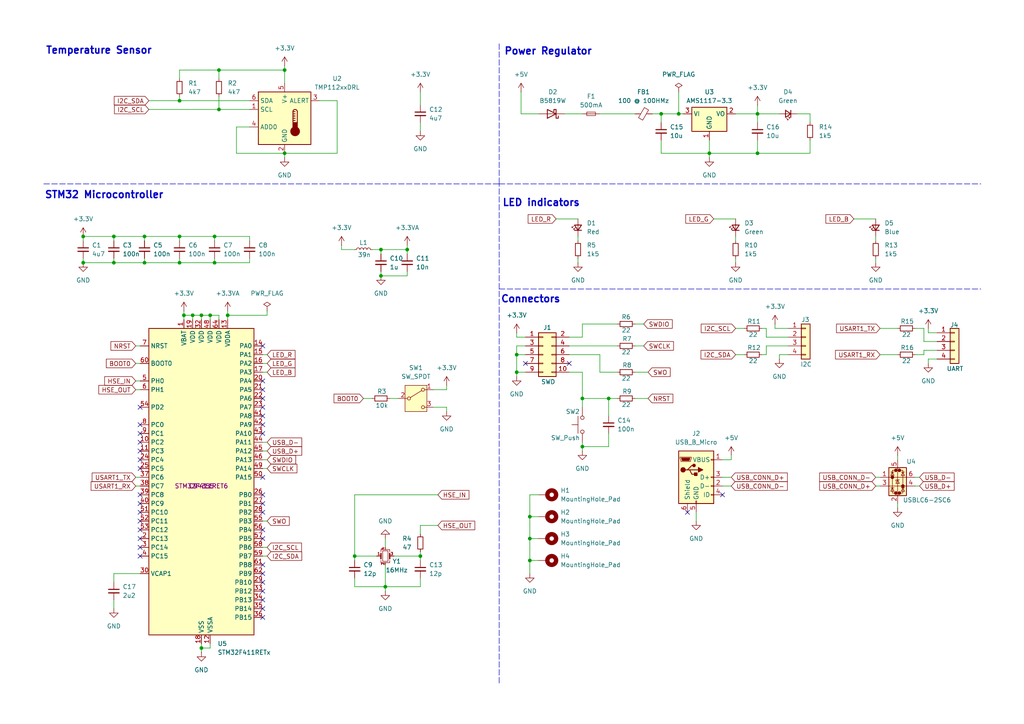
<source format=kicad_sch>
(kicad_sch (version 20250114) (generator "eeschema") (generator_version "9.0")
  (paper "A4")
  (title_block (title "STM32 Temperature Logger Demo Board") (date "2025-03-06") (rev "v1.0") (company "Ben Lo"))
  (text "LED indicators" (at 156.972 58.928 0) (effects (font (size 2.032 2.032) (thickness 0.4064) (bold yes))))
  (text "STM32 Microcontroller" (at 30.226 56.642 0) (effects (font (size 2.032 2.032) (thickness 0.4064) (bold yes))))
  (text "Connectors" (at 153.924 86.868 0) (effects (font (size 2.032 2.032) (thickness 0.4064) (bold yes))))
  (text "Temperature Sensor" (at 28.702 14.732 0) (effects (font (size 2.032 2.032) (thickness 0.4064) (bold yes))))
  (text "Power Regulator" (at 159.004 14.986 0) (effects (font (size 2.032 2.032) (thickness 0.4064) (bold yes))))
  (junction (at 168.91 115.57))
  (junction (at 63.5 31.75))
  (junction (at 58.42 187.96))
  (junction (at 60.96 91.44))
  (junction (at 24.13 76.2))
  (junction (at 118.11 72.39))
  (junction (at 62.23 68.58))
  (junction (at 63.5 20.32))
  (junction (at 58.42 91.44))
  (junction (at 111.76 170.18))
  (junction (at 149.86 107.95))
  (junction (at 219.71 33.02))
  (junction (at 102.87 161.29))
  (junction (at 82.55 20.32))
  (junction (at 110.49 80.01))
  (junction (at 41.91 68.58))
  (junction (at 219.71 44.45))
  (junction (at 153.67 162.56))
  (junction (at 153.67 156.21))
  (junction (at 55.88 91.44))
  (junction (at 52.07 76.2))
  (junction (at 33.02 68.58))
  (junction (at 24.13 68.58))
  (junction (at 149.86 102.87))
  (junction (at 168.91 129.54))
  (junction (at 33.02 76.2))
  (junction (at 153.67 149.86))
  (junction (at 110.49 72.39))
  (junction (at 53.34 91.44))
  (junction (at 176.53 115.57))
  (junction (at 62.23 76.2))
  (junction (at 66.04 91.44))
  (junction (at 121.92 161.29))
  (junction (at 52.07 29.21))
  (junction (at 82.55 44.45))
  (junction (at 52.07 68.58))
  (junction (at 41.91 76.2))
  (junction (at 191.77 33.02))
  (junction (at 196.85 33.02))
  (junction (at 205.74 44.45))
  (no_connect (at 76.2 163.83))
  (no_connect (at 76.2 125.73))
  (no_connect (at 152.4 105.41))
  (no_connect (at 76.2 156.21))
  (no_connect (at 40.64 158.75))
  (no_connect (at 40.64 148.59))
  (no_connect (at 40.64 146.05))
  (no_connect (at 40.64 156.21))
  (no_connect (at 40.64 123.19))
  (no_connect (at 76.2 176.53))
  (no_connect (at 76.2 148.59))
  (no_connect (at 40.64 118.11))
  (no_connect (at 76.2 173.99))
  (no_connect (at 40.64 133.35))
  (no_connect (at 40.64 135.89))
  (no_connect (at 40.64 143.51))
  (no_connect (at 76.2 146.05))
  (no_connect (at 40.64 153.67))
  (no_connect (at 40.64 151.13))
  (no_connect (at 76.2 118.11))
  (no_connect (at 76.2 138.43))
  (no_connect (at 76.2 115.57))
  (no_connect (at 199.39 148.59))
  (no_connect (at 40.64 161.29))
  (no_connect (at 40.64 130.81))
  (no_connect (at 76.2 179.07))
  (no_connect (at 76.2 110.49))
  (no_connect (at 165.1 105.41))
  (no_connect (at 76.2 153.67))
  (no_connect (at 76.2 123.19))
  (no_connect (at 76.2 113.03))
  (no_connect (at 76.2 171.45))
  (no_connect (at 40.64 128.27))
  (no_connect (at 40.64 125.73))
  (no_connect (at 76.2 143.51))
  (no_connect (at 76.2 120.65))
  (no_connect (at 76.2 168.91))
  (no_connect (at 209.55 143.51))
  (no_connect (at 76.2 166.37))
  (no_connect (at 76.2 100.33))
  (wire (pts (xy 63.5 22.86) (xy 63.5 20.32)))
  (wire (pts (xy 63.5 31.75) (xy 72.39 31.75)))
  (wire (pts (xy 184.15 93.98) (xy 186.69 93.98)))
  (wire (pts (xy 184.15 107.95) (xy 187.96 107.95)))
  (wire (pts (xy 219.71 40.64) (xy 219.71 44.45)))
  (wire (pts (xy 168.91 129.54) (xy 168.91 130.81)))
  (wire (pts (xy 58.42 91.44) (xy 60.96 91.44)))
  (wire (pts (xy 102.87 161.29) (xy 109.22 161.29)))
  (wire (pts (xy 265.43 138.43) (xy 266.7 138.43)))
  (wire (pts (xy 118.11 73.66) (xy 118.11 72.39)))
  (wire (pts (xy 165.1 102.87) (xy 173.99 102.87)))
  (wire (pts (xy 196.85 33.02) (xy 198.12 33.02)))
  (wire (pts (xy 82.55 44.45) (xy 82.55 45.72)))
  (wire (pts (xy 24.13 74.93) (xy 24.13 76.2)))
  (wire (pts (xy 102.87 143.51) (xy 102.87 161.29)))
  (wire (pts (xy 265.43 95.25) (xy 267.97 95.25)))
  (wire (pts (xy 149.86 107.95) (xy 149.86 109.22)))
  (wire (pts (xy 118.11 72.39) (xy 110.49 72.39)))
  (wire (pts (xy 60.96 187.96) (xy 58.42 187.96)))
  (wire (pts (xy 269.24 104.14) (xy 271.78 104.14)))
  (wire (pts (xy 52.07 27.94) (xy 52.07 29.21)))
  (wire (pts (xy 68.58 36.83) (xy 68.58 44.45)))
  (wire (pts (xy 267.97 95.25) (xy 267.97 99.06)))
  (wire (pts (xy 219.71 30.48) (xy 219.71 33.02)))
  (wire (pts (xy 260.35 95.25) (xy 255.27 95.25)))
  (wire (pts (xy 118.11 78.74) (xy 118.11 80.01)))
  (wire (pts (xy 165.1 100.33) (xy 179.07 100.33)))
  (wire (pts (xy 105.41 115.57) (xy 107.95 115.57)))
  (wire (pts (xy 213.36 68.58) (xy 213.36 69.85)))
  (wire (pts (xy 209.55 140.97) (xy 212.09 140.97)))
  (wire (pts (xy 55.88 91.44) (xy 58.42 91.44)))
  (wire (pts (xy 151.13 33.02) (xy 156.21 33.02)))
  (wire (pts (xy 153.67 143.51) (xy 156.21 143.51)))
  (wire (pts (xy 99.06 72.39) (xy 102.87 72.39)))
  (wire (pts (xy 76.2 130.81) (xy 77.47 130.81)))
  (wire (pts (xy 168.91 128.27) (xy 168.91 129.54)))
  (polyline (pts (xy 144.78 198.12) (xy 144.78 53.34)) (stroke (width 0) (type dash)))
  (wire (pts (xy 213.36 33.02) (xy 219.71 33.02)))
  (wire (pts (xy 110.49 78.74) (xy 110.49 80.01)))
  (wire (pts (xy 33.02 74.93) (xy 33.02 76.2)))
  (wire (pts (xy 152.4 102.87) (xy 149.86 102.87)))
  (wire (pts (xy 168.91 93.98) (xy 179.07 93.98)))
  (wire (pts (xy 66.04 91.44) (xy 77.47 91.44)))
  (wire (pts (xy 55.88 91.44) (xy 53.34 91.44)))
  (wire (pts (xy 24.13 68.58) (xy 24.13 69.85)))
  (wire (pts (xy 265.43 140.97) (xy 266.7 140.97)))
  (wire (pts (xy 176.53 129.54) (xy 168.91 129.54)))
  (wire (pts (xy 168.91 115.57) (xy 176.53 115.57)))
  (wire (pts (xy 118.11 71.12) (xy 118.11 72.39)))
  (wire (pts (xy 222.25 97.79) (xy 228.6 97.79)))
  (wire (pts (xy 191.77 33.02) (xy 196.85 33.02)))
  (wire (pts (xy 153.67 162.56) (xy 156.21 162.56)))
  (wire (pts (xy 213.36 63.5) (xy 207.01 63.5)))
  (wire (pts (xy 52.07 20.32) (xy 63.5 20.32)))
  (wire (pts (xy 76.2 161.29) (xy 77.47 161.29)))
  (wire (pts (xy 269.24 96.52) (xy 271.78 96.52)))
  (wire (pts (xy 224.79 95.25) (xy 224.79 93.98)))
  (wire (pts (xy 63.5 92.71) (xy 63.5 91.44)))
  (polyline (pts (xy 144.78 12.7) (xy 144.78 53.34)) (stroke (width 0) (type dash)))
  (wire (pts (xy 60.96 186.69) (xy 60.96 187.96)))
  (wire (pts (xy 222.25 102.87) (xy 220.98 102.87)))
  (wire (pts (xy 129.54 118.11) (xy 129.54 119.38)))
  (wire (pts (xy 191.77 33.02) (xy 191.77 35.56)))
  (wire (pts (xy 121.92 160.02) (xy 121.92 161.29)))
  (wire (pts (xy 176.53 115.57) (xy 176.53 120.65)))
  (wire (pts (xy 97.79 44.45) (xy 82.55 44.45)))
  (wire (pts (xy 254 140.97) (xy 255.27 140.97)))
  (wire (pts (xy 219.71 33.02) (xy 219.71 35.56)))
  (wire (pts (xy 41.91 68.58) (xy 41.91 69.85)))
  (wire (pts (xy 62.23 69.85) (xy 62.23 68.58)))
  (wire (pts (xy 62.23 68.58) (xy 72.39 68.58)))
  (wire (pts (xy 213.36 95.25) (xy 215.9 95.25)))
  (wire (pts (xy 228.6 95.25) (xy 224.79 95.25)))
  (wire (pts (xy 62.23 68.58) (xy 52.07 68.58)))
  (wire (pts (xy 113.03 115.57) (xy 115.57 115.57)))
  (wire (pts (xy 39.37 110.49) (xy 40.64 110.49)))
  (wire (pts (xy 226.06 102.87) (xy 226.06 104.14)))
  (wire (pts (xy 110.49 80.01) (xy 118.11 80.01)))
  (wire (pts (xy 234.95 33.02) (xy 234.95 35.56)))
  (polyline (pts (xy 144.78 83.82) (xy 284.48 83.82)) (stroke (width 0) (type dash)))
  (wire (pts (xy 205.74 44.45) (xy 205.74 45.72)))
  (wire (pts (xy 267.97 99.06) (xy 271.78 99.06)))
  (wire (pts (xy 254 138.43) (xy 255.27 138.43)))
  (wire (pts (xy 63.5 20.32) (xy 82.55 20.32)))
  (wire (pts (xy 209.55 138.43) (xy 212.09 138.43)))
  (wire (pts (xy 121.92 152.4) (xy 121.92 154.94)))
  (wire (pts (xy 191.77 44.45) (xy 205.74 44.45)))
  (wire (pts (xy 167.64 74.93) (xy 167.64 76.2)))
  (wire (pts (xy 39.37 138.43) (xy 40.64 138.43)))
  (wire (pts (xy 153.67 149.86) (xy 153.67 143.51)))
  (wire (pts (xy 149.86 102.87) (xy 149.86 107.95)))
  (polyline (pts (xy 144.78 53.34) (xy 284.48 53.34)) (stroke (width 0) (type dash)))
  (wire (pts (xy 82.55 19.05) (xy 82.55 20.32)))
  (wire (pts (xy 33.02 68.58) (xy 33.02 69.85)))
  (wire (pts (xy 72.39 36.83) (xy 68.58 36.83)))
  (wire (pts (xy 153.67 162.56) (xy 153.67 166.37)))
  (wire (pts (xy 111.76 156.21) (xy 111.76 158.75)))
  (wire (pts (xy 102.87 170.18) (xy 111.76 170.18)))
  (wire (pts (xy 153.67 156.21) (xy 153.67 162.56)))
  (wire (pts (xy 213.36 74.93) (xy 213.36 76.2)))
  (wire (pts (xy 213.36 102.87) (xy 215.9 102.87)))
  (wire (pts (xy 269.24 95.25) (xy 269.24 96.52)))
  (wire (pts (xy 53.34 91.44) (xy 53.34 92.71)))
  (wire (pts (xy 168.91 97.79) (xy 165.1 97.79)))
  (wire (pts (xy 76.2 151.13) (xy 77.47 151.13)))
  (wire (pts (xy 76.2 105.41) (xy 77.47 105.41)))
  (wire (pts (xy 127 152.4) (xy 121.92 152.4)))
  (wire (pts (xy 33.02 68.58) (xy 41.91 68.58)))
  (wire (pts (xy 125.73 118.11) (xy 129.54 118.11)))
  (wire (pts (xy 41.91 74.93) (xy 41.91 76.2)))
  (wire (pts (xy 63.5 27.94) (xy 63.5 31.75)))
  (wire (pts (xy 201.93 148.59) (xy 201.93 151.13)))
  (wire (pts (xy 168.91 115.57) (xy 168.91 118.11)))
  (wire (pts (xy 191.77 40.64) (xy 191.77 44.45)))
  (wire (pts (xy 39.37 140.97) (xy 40.64 140.97)))
  (wire (pts (xy 267.97 101.6) (xy 267.97 102.87)))
  (wire (pts (xy 149.86 97.79) (xy 152.4 97.79)))
  (wire (pts (xy 76.2 128.27) (xy 77.47 128.27)))
  (wire (pts (xy 39.37 113.03) (xy 40.64 113.03)))
  (wire (pts (xy 167.64 63.5) (xy 161.29 63.5)))
  (wire (pts (xy 151.13 26.67) (xy 151.13 33.02)))
  (wire (pts (xy 92.71 29.21) (xy 97.79 29.21)))
  (wire (pts (xy 231.14 33.02) (xy 234.95 33.02)))
  (wire (pts (xy 234.95 44.45) (xy 219.71 44.45)))
  (wire (pts (xy 165.1 107.95) (xy 168.91 107.95)))
  (wire (pts (xy 219.71 33.02) (xy 226.06 33.02)))
  (wire (pts (xy 76.2 107.95) (xy 77.47 107.95)))
  (wire (pts (xy 163.83 33.02) (xy 168.91 33.02)))
  (wire (pts (xy 121.92 162.56) (xy 121.92 161.29)))
  (wire (pts (xy 121.92 26.67) (xy 121.92 30.48)))
  (wire (pts (xy 52.07 76.2) (xy 41.91 76.2)))
  (wire (pts (xy 60.96 92.71) (xy 60.96 91.44)))
  (wire (pts (xy 66.04 90.17) (xy 66.04 91.44)))
  (wire (pts (xy 189.23 33.02) (xy 191.77 33.02)))
  (wire (pts (xy 55.88 92.71) (xy 55.88 91.44)))
  (wire (pts (xy 173.99 107.95) (xy 179.07 107.95)))
  (wire (pts (xy 212.09 133.35) (xy 212.09 132.08)))
  (wire (pts (xy 53.34 90.17) (xy 53.34 91.44)))
  (wire (pts (xy 58.42 186.69) (xy 58.42 187.96)))
  (wire (pts (xy 254 74.93) (xy 254 76.2)))
  (wire (pts (xy 152.4 107.95) (xy 149.86 107.95)))
  (wire (pts (xy 260.35 146.05) (xy 260.35 147.32)))
  (wire (pts (xy 66.04 91.44) (xy 66.04 92.71)))
  (wire (pts (xy 58.42 187.96) (xy 58.42 189.23)))
  (wire (pts (xy 40.64 166.37) (xy 33.02 166.37)))
  (wire (pts (xy 149.86 100.33) (xy 149.86 102.87)))
  (wire (pts (xy 269.24 105.41) (xy 269.24 104.14)))
  (wire (pts (xy 43.18 31.75) (xy 63.5 31.75)))
  (wire (pts (xy 63.5 91.44) (xy 60.96 91.44)))
  (wire (pts (xy 58.42 92.71) (xy 58.42 91.44)))
  (wire (pts (xy 82.55 20.32) (xy 82.55 24.13)))
  (wire (pts (xy 168.91 93.98) (xy 168.91 97.79)))
  (wire (pts (xy 107.95 72.39) (xy 110.49 72.39)))
  (wire (pts (xy 176.53 115.57) (xy 179.07 115.57)))
  (wire (pts (xy 33.02 173.99) (xy 33.02 176.53)))
  (wire (pts (xy 76.2 158.75) (xy 77.47 158.75)))
  (wire (pts (xy 121.92 167.64) (xy 121.92 170.18)))
  (wire (pts (xy 205.74 40.64) (xy 205.74 44.45)))
  (wire (pts (xy 152.4 100.33) (xy 149.86 100.33)))
  (wire (pts (xy 254 68.58) (xy 254 69.85)))
  (wire (pts (xy 52.07 68.58) (xy 52.07 69.85)))
  (wire (pts (xy 111.76 163.83) (xy 111.76 170.18)))
  (wire (pts (xy 52.07 22.86) (xy 52.07 20.32)))
  (wire (pts (xy 39.37 105.41) (xy 40.64 105.41)))
  (wire (pts (xy 41.91 76.2) (xy 33.02 76.2)))
  (wire (pts (xy 121.92 35.56) (xy 121.92 38.1)))
  (wire (pts (xy 24.13 68.58) (xy 33.02 68.58)))
  (wire (pts (xy 222.25 100.33) (xy 222.25 102.87)))
  (wire (pts (xy 76.2 135.89) (xy 77.47 135.89)))
  (wire (pts (xy 33.02 166.37) (xy 33.02 168.91)))
  (wire (pts (xy 153.67 149.86) (xy 156.21 149.86)))
  (wire (pts (xy 110.49 72.39) (xy 110.49 73.66)))
  (wire (pts (xy 39.37 100.33) (xy 40.64 100.33)))
  (wire (pts (xy 209.55 133.35) (xy 212.09 133.35)))
  (wire (pts (xy 168.91 107.95) (xy 168.91 115.57)))
  (wire (pts (xy 62.23 74.93) (xy 62.23 76.2)))
  (wire (pts (xy 76.2 102.87) (xy 77.47 102.87)))
  (wire (pts (xy 127 143.51) (xy 102.87 143.51)))
  (wire (pts (xy 234.95 40.64) (xy 234.95 44.45)))
  (wire (pts (xy 156.21 156.21) (xy 153.67 156.21)))
  (wire (pts (xy 62.23 76.2) (xy 52.07 76.2)))
  (wire (pts (xy 228.6 102.87) (xy 226.06 102.87)))
  (wire (pts (xy 220.98 95.25) (xy 222.25 95.25)))
  (wire (pts (xy 271.78 101.6) (xy 267.97 101.6)))
  (wire (pts (xy 102.87 162.56) (xy 102.87 161.29)))
  (wire (pts (xy 72.39 74.93) (xy 72.39 76.2)))
  (wire (pts (xy 72.39 76.2) (xy 62.23 76.2)))
  (wire (pts (xy 68.58 44.45) (xy 82.55 44.45)))
  (wire (pts (xy 52.07 74.93) (xy 52.07 76.2)))
  (wire (pts (xy 121.92 161.29) (xy 114.3 161.29)))
  (wire (pts (xy 111.76 170.18) (xy 111.76 171.45)))
  (wire (pts (xy 76.2 133.35) (xy 77.47 133.35)))
  (wire (pts (xy 111.76 170.18) (xy 121.92 170.18)))
  (wire (pts (xy 173.99 102.87) (xy 173.99 107.95)))
  (wire (pts (xy 43.18 29.21) (xy 52.07 29.21)))
  (wire (pts (xy 33.02 76.2) (xy 24.13 76.2)))
  (wire (pts (xy 173.99 33.02) (xy 184.15 33.02)))
  (wire (pts (xy 125.73 113.03) (xy 129.54 113.03)))
  (wire (pts (xy 267.97 102.87) (xy 265.43 102.87)))
  (wire (pts (xy 149.86 96.52) (xy 149.86 97.79)))
  (wire (pts (xy 254 63.5) (xy 247.65 63.5)))
  (wire (pts (xy 184.15 115.57) (xy 187.96 115.57)))
  (wire (pts (xy 184.15 100.33) (xy 186.69 100.33)))
  (wire (pts (xy 41.91 68.58) (xy 52.07 68.58)))
  (wire (pts (xy 52.07 29.21) (xy 72.39 29.21)))
  (wire (pts (xy 176.53 125.73) (xy 176.53 129.54)))
  (wire (pts (xy 167.64 68.58) (xy 167.64 69.85)))
  (wire (pts (xy 97.79 29.21) (xy 97.79 44.45)))
  (wire (pts (xy 102.87 167.64) (xy 102.87 170.18)))
  (wire (pts (xy 153.67 149.86) (xy 153.67 156.21)))
  (wire (pts (xy 99.06 71.12) (xy 99.06 72.39)))
  (wire (pts (xy 196.85 26.67) (xy 196.85 33.02)))
  (wire (pts (xy 219.71 44.45) (xy 205.74 44.45)))
  (wire (pts (xy 260.35 132.08) (xy 260.35 133.35)))
  (wire (pts (xy 255.27 102.87) (xy 260.35 102.87)))
  (wire (pts (xy 129.54 113.03) (xy 129.54 111.76)))
  (wire (pts (xy 228.6 100.33) (xy 222.25 100.33)))
  (wire (pts (xy 222.25 95.25) (xy 222.25 97.79)))
  (polyline (pts (xy 12.7 53.34) (xy 144.78 53.34)) (stroke (width 0) (type dash)))
  (wire (pts (xy 77.47 90.17) (xy 77.47 91.44)))
  (wire (pts (xy 72.39 69.85) (xy 72.39 68.58)))
  (global_label "I2C_SDA" (shape input) (at 213.36 102.87 180) (property "Intersheetrefs" "${INTERSHEET_REFS}" (effects (hide yes))))
  (global_label "USART1_TX" (shape input) (at 255.27 95.25 180) (property "Intersheetrefs" "${INTERSHEET_REFS}" (effects (hide yes))))
  (global_label "I2C_SDA" (shape input) (at 43.18 29.21 180) (property "Intersheetrefs" "${INTERSHEET_REFS}" (effects (hide yes))))
  (global_label "USART1_RX" (shape input) (at 255.27 102.87 180) (property "Intersheetrefs" "${INTERSHEET_REFS}" (effects (hide yes))))
  (global_label "LED_G" (shape input) (at 77.47 105.41 0) (property "Intersheetrefs" "${INTERSHEET_REFS}" (effects (hide yes))))
  (global_label "USART1_TX" (shape input) (at 39.37 138.43 180) (property "Intersheetrefs" "${INTERSHEET_REFS}" (effects (hide yes))))
  (global_label "HSE_OUT" (shape input) (at 39.37 113.03 180) (property "Intersheetrefs" "${INTERSHEET_REFS}" (effects (hide yes))))
  (global_label "HSE_OUT" (shape input) (at 127 152.4 0) (property "Intersheetrefs" "${INTERSHEET_REFS}" (effects (hide yes))))
  (global_label "I2C_SDA" (shape input) (at 77.47 161.29 0) (property "Intersheetrefs" "${INTERSHEET_REFS}" (effects (hide yes))))
  (global_label "BOOT0" (shape input) (at 105.41 115.57 180) (property "Intersheetrefs" "${INTERSHEET_REFS}" (effects (hide yes))))
  (global_label "USB_CONN_D-" (shape input) (at 212.09 140.97 0) (property "Intersheetrefs" "${INTERSHEET_REFS}" (effects (hide yes))))
  (global_label "SWO" (shape input) (at 187.96 107.95 0) (property "Intersheetrefs" "${INTERSHEET_REFS}" (effects (hide yes))))
  (global_label "LED_B" (shape input) (at 247.65 63.5 180) (property "Intersheetrefs" "${INTERSHEET_REFS}" (effects (hide yes))))
  (global_label "SWDIO" (shape input) (at 186.69 93.98 0) (property "Intersheetrefs" "${INTERSHEET_REFS}" (effects (hide yes))))
  (global_label "I2C_SCL" (shape input) (at 43.18 31.75 180) (property "Intersheetrefs" "${INTERSHEET_REFS}" (effects (hide yes))))
  (global_label "I2C_SCL" (shape input) (at 77.47 158.75 0) (property "Intersheetrefs" "${INTERSHEET_REFS}" (effects (hide yes))))
  (global_label "I2C_SCL" (shape input) (at 213.36 95.25 180) (property "Intersheetrefs" "${INTERSHEET_REFS}" (effects (hide yes))))
  (global_label "LED_G" (shape input) (at 207.01 63.5 180) (property "Intersheetrefs" "${INTERSHEET_REFS}" (effects (hide yes))))
  (global_label "LED_R" (shape input) (at 77.47 102.87 0) (property "Intersheetrefs" "${INTERSHEET_REFS}" (effects (hide yes))))
  (global_label "USB_CONN_D+" (shape input) (at 254 140.97 180) (property "Intersheetrefs" "${INTERSHEET_REFS}" (effects (hide yes))))
  (global_label "LED_B" (shape input) (at 77.47 107.95 0) (property "Intersheetrefs" "${INTERSHEET_REFS}" (effects (hide yes))))
  (global_label "BOOT0" (shape input) (at 39.37 105.41 180) (property "Intersheetrefs" "${INTERSHEET_REFS}" (effects (hide yes))))
  (global_label "NRST" (shape input) (at 39.37 100.33 180) (property "Intersheetrefs" "${INTERSHEET_REFS}" (effects (hide yes))))
  (global_label "USB_D-" (shape input) (at 266.7 138.43 0) (property "Intersheetrefs" "${INTERSHEET_REFS}" (effects (hide yes))))
  (global_label "USART1_RX" (shape input) (at 39.37 140.97 180) (property "Intersheetrefs" "${INTERSHEET_REFS}" (effects (hide yes))))
  (global_label "SWO" (shape input) (at 77.47 151.13 0) (property "Intersheetrefs" "${INTERSHEET_REFS}" (effects (hide yes))))
  (global_label "USB_CONN_D+" (shape input) (at 212.09 138.43 0) (property "Intersheetrefs" "${INTERSHEET_REFS}" (effects (hide yes))))
  (global_label "USB_CONN_D-" (shape input) (at 254 138.43 180) (property "Intersheetrefs" "${INTERSHEET_REFS}" (effects (hide yes))))
  (global_label "USB_D+" (shape input) (at 266.7 140.97 0) (property "Intersheetrefs" "${INTERSHEET_REFS}" (effects (hide yes))))
  (global_label "USB_D+" (shape input) (at 77.47 130.81 0) (property "Intersheetrefs" "${INTERSHEET_REFS}" (effects (hide yes))))
  (global_label "NRST" (shape input) (at 187.96 115.57 0) (property "Intersheetrefs" "${INTERSHEET_REFS}" (effects (hide yes))))
  (global_label "HSE_IN" (shape input) (at 127 143.51 0) (property "Intersheetrefs" "${INTERSHEET_REFS}" (effects (hide yes))))
  (global_label "SWCLK" (shape input) (at 77.47 135.89 0) (property "Intersheetrefs" "${INTERSHEET_REFS}" (effects (hide yes))))
  (global_label "USB_D-" (shape input) (at 77.47 128.27 0) (property "Intersheetrefs" "${INTERSHEET_REFS}" (effects (hide yes))))
  (global_label "HSE_IN" (shape input) (at 39.37 110.49 180) (property "Intersheetrefs" "${INTERSHEET_REFS}" (effects (hide yes))))
  (global_label "SWCLK" (shape input) (at 186.69 100.33 0) (property "Intersheetrefs" "${INTERSHEET_REFS}" (effects (hide yes))))
  (global_label "LED_R" (shape input) (at 161.29 63.5 180) (property "Intersheetrefs" "${INTERSHEET_REFS}" (effects (hide yes))))
  (global_label "SWDIO" (shape input) (at 77.47 133.35 0) (property "Intersheetrefs" "${INTERSHEET_REFS}" (effects (hide yes))))
  (symbol (lib_id "power:+5V") (at 151.13 26.67 0) (unit 1)
    (property "Reference" "#PWR022" (effects (hide yes)))
    (property "Value" "+5V" (at 151.13 21.59 0))
    (property "Description" "Power symbol creates a global label with name \"+5V\"" (effects (hide yes)))
  )
  (symbol (lib_id "Device:C_Small") (at 33.02 171.45 0) (unit 1)
    (property "Reference" "C17" (at 35.56 170.1862 0) (effects (justify left)))
    (property "Value" "2u2" (at 35.56 172.7262 0) (effects (justify left)))
    (property "Footprint" "Capacitor_SMD:C_0603_1608Metric" (effects (hide yes)))
    (property "Description" "Unpolarized capacitor, small symbol" (effects (hide yes)))
    (property "JLCPCB Part #" "C23630" (effects (hide yes)))
    (property "MPN" "CL10A225KO8NNNC" (effects (hide yes)))
  )
  (symbol (lib_id "Device:C_Small") (at 41.91 72.39 0) (unit 1)
    (property "Reference" "C5" (at 44.45 71.1262 0) (effects (justify left)))
    (property "Value" "100n" (at 44.45 73.6662 0) (effects (justify left)))
    (property "Footprint" "Capacitor_SMD:C_0603_1608Metric" (effects (hide yes)))
    (property "Description" "Unpolarized capacitor, small symbol" (effects (hide yes)))
    (property "JLCPCB Part #" "C14663" (effects (hide yes)))
    (property "MPN" "CC0603KRX7R9BB104" (effects (hide yes)))
  )
  (symbol (lib_id "Device:C_Small") (at 52.07 72.39 0) (unit 1)
    (property "Reference" "C6" (at 54.61 71.1262 0) (effects (justify left)))
    (property "Value" "100n" (at 54.61 73.6662 0) (effects (justify left)))
    (property "Footprint" "Capacitor_SMD:C_0603_1608Metric" (effects (hide yes)))
    (property "Description" "Unpolarized capacitor, small symbol" (effects (hide yes)))
    (property "JLCPCB Part #" "C14663" (effects (hide yes)))
    (property "MPN" "CC0603KRX7R9BB104" (effects (hide yes)))
  )
  (symbol (lib_id "Connector_Generic:Conn_02x05_Odd_Even") (at 157.48 102.87 0) (unit 1)
    (property "Reference" "J1" (at 158.75 94.996 0))
    (property "Value" "SWD" (at 159.004 110.744 0))
    (property "Footprint" "Connector_PinHeader_1.27mm:PinHeader_2x05_P1.27mm_Vertical_SMD" (effects (hide yes)))
    (property "Description" "Generic connector, double row, 02x05, odd/even pin numbering scheme (row 1 odd numbers, row 2 even numbers), script generated (kicad-library-utils/schlib/autogen/connector/)" (effects (hide yes)))
    (property "JLCPCB Part #" "C5155080" (effects (hide yes)))
    (property "MPN" "FTSH-105-01-L-DV-K" (effects (hide yes)))
  )
  (symbol (lib_id "power:GND") (at 33.02 176.53 0) (unit 1)
    (property "Reference" "#PWR036" (effects (hide yes)))
    (property "Value" "GND" (at 33.02 181.61 0))
    (property "Description" "Power symbol creates a global label with name \"GND\" , ground" (effects (hide yes)))
  )
  (symbol (lib_id "power:GND") (at 226.06 104.14 0) (unit 1)
    (property "Reference" "#PWR028" (effects (hide yes)))
    (property "Value" "GND" (at 226.06 109.22 0))
    (property "Description" "Power symbol creates a global label with name \"GND\" , ground" (effects (hide yes)))
  )
  (symbol (lib_id "power:GND") (at 58.42 189.23 0) (unit 1)
    (property "Reference" "#PWR037" (effects (hide yes)))
    (property "Value" "GND" (at 58.42 194.31 0))
    (property "Description" "Power symbol creates a global label with name \"GND\" , ground" (effects (hide yes)))
  )
  (symbol (lib_id "Device:R_Small") (at 262.89 95.25 90) (unit 1)
    (property "Reference" "R15" (at 263.144 93.218 90))
    (property "Value" "22" (at 262.89 97.028 90))
    (property "Footprint" "Resistor_SMD:R_0603_1608Metric" (effects (hide yes)))
    (property "Description" "Resistor, small symbol" (effects (hide yes)))
    (property "JLCPCB Part #" "C23345" (effects (hide yes)))
    (property "MPN" "0603WAF220JT5E" (effects (hide yes)))
  )
  (symbol (lib_id "power:GND") (at 149.86 109.22 0) (unit 1)
    (property "Reference" "#PWR019" (effects (hide yes)))
    (property "Value" "GND" (at 149.86 114.3 0))
    (property "Description" "Power symbol creates a global label with name \"GND\" , ground" (effects (hide yes)))
  )
  (symbol (lib_id "Device:R_Small") (at 52.07 25.4 0) (unit 1)
    (property "Reference" "R1" (at 54.61 24.1299 0) (effects (justify left)))
    (property "Value" "4k7" (at 54.61 26.6699 0) (effects (justify left)))
    (property "Footprint" "Resistor_SMD:R_0603_1608Metric" (effects (hide yes)))
    (property "Description" "Resistor, small symbol" (effects (hide yes)))
    (property "JLCPCB Part #" "C23162" (effects (hide yes)))
    (property "MPN" "0603WAF4701T5E" (effects (hide yes)))
  )
  (symbol (lib_id "Mechanical:MountingHole_Pad") (at 158.75 156.21 270) (unit 1) (in_bom no)
    (property "Reference" "H3" (at 162.56 154.9399 90) (effects (justify left)))
    (property "Value" "MountingHole_Pad" (at 162.56 157.4799 90) (effects (justify left)))
    (property "Footprint" "MountingHole:MountingHole_2.2mm_M2_Pad_Via" (effects (hide yes)))
    (property "Description" "Mounting Hole with connection" (effects (hide yes)))
  )
  (symbol (lib_id "Device:C_Small") (at 176.53 123.19 0) (unit 1)
    (property "Reference" "C14" (at 179.07 121.9262 0) (effects (justify left)))
    (property "Value" "100n" (at 179.07 124.4662 0) (effects (justify left)))
    (property "Footprint" "Capacitor_SMD:C_0603_1608Metric" (effects (hide yes)))
    (property "Description" "Unpolarized capacitor, small symbol" (effects (hide yes)))
    (property "JLCPCB Part #" "C14663" (effects (hide yes)))
    (property "MPN" "CC0603KRX7R9BB104" (effects (hide yes)))
  )
  (symbol (lib_id "power:+3.3V") (at 121.92 26.67 0) (unit 1)
    (property "Reference" "#PWR014" (effects (hide yes)))
    (property "Value" "+3.3V" (at 121.92 21.59 0))
    (property "Description" "Power symbol creates a global label with name \"+3.3V\"" (effects (hide yes)))
  )
  (symbol (lib_id "power:+3.3V") (at 24.13 68.58 0) (unit 1)
    (property "Reference" "#PWR01" (effects (hide yes)))
    (property "Value" "+3.3V" (at 24.13 63.5 0))
    (property "Description" "Power symbol creates a global label with name \"+3.3V\"" (effects (hide yes)))
  )
  (symbol (lib_id "power:PWR_FLAG") (at 77.47 90.17 0) (unit 1)
    (property "Reference" "#FLG03" (effects (hide yes)))
    (property "Value" "PWR_FLAG" (at 77.47 85.09 0))
    (property "Description" "Special symbol for telling ERC where power comes from" (effects (hide yes)))
  )
  (symbol (lib_id "power:+5V") (at 212.09 132.08 0) (unit 1)
    (property "Reference" "#PWR024" (effects (hide yes)))
    (property "Value" "+5V" (at 212.09 127 0))
    (property "Description" "Power symbol creates a global label with name \"+5V\"" (effects (hide yes)))
  )
  (symbol (lib_id "Device:R_Small") (at 63.5 25.4 0) (unit 1)
    (property "Reference" "R2" (at 66.04 24.1299 0) (effects (justify left)))
    (property "Value" "4k7" (at 66.04 26.6699 0) (effects (justify left)))
    (property "Footprint" "Resistor_SMD:R_0603_1608Metric" (effects (hide yes)))
    (property "Description" "Resistor, small symbol" (effects (hide yes)))
    (property "JLCPCB Part #" "C23162" (effects (hide yes)))
    (property "MPN" "0603WAF4701T5E" (effects (hide yes)))
  )
  (symbol (lib_id "power:GND") (at 129.54 119.38 0) (unit 1)
    (property "Reference" "#PWR017" (effects (hide yes)))
    (property "Value" "GND" (at 129.54 124.46 0))
    (property "Description" "Power symbol creates a global label with name \"GND\" , ground" (effects (hide yes)))
  )
  (symbol (lib_id "Device:R_Small") (at 167.64 72.39 0) (unit 1)
    (property "Reference" "R5" (at 170.18 71.1199 0) (effects (justify left)))
    (property "Value" "1k5" (at 170.18 73.6599 0) (effects (justify left)))
    (property "Footprint" "Resistor_SMD:R_0603_1608Metric" (effects (hide yes)))
    (property "Description" "Resistor, small symbol" (effects (hide yes)))
    (property "JLCPCB Part #" "C22843" (effects (hide yes)))
    (property "MPN" "0603WAF1501T5E" (effects (hide yes)))
  )
  (symbol (lib_id "Mechanical:MountingHole_Pad") (at 158.75 162.56 270) (unit 1) (in_bom no)
    (property "Reference" "H4" (at 162.56 161.2899 90) (effects (justify left)))
    (property "Value" "MountingHole_Pad" (at 162.56 163.8299 90) (effects (justify left)))
    (property "Footprint" "MountingHole:MountingHole_2.2mm_M2_Pad_Via" (effects (hide yes)))
    (property "Description" "Mounting Hole with connection" (effects (hide yes)))
  )
  (symbol (lib_id "Device:C_Small") (at 121.92 33.02 0) (unit 1)
    (property "Reference" "C12" (at 124.46 31.7562 0) (effects (justify left)))
    (property "Value" "4u7" (at 124.46 34.2962 0) (effects (justify left)))
    (property "Footprint" "Capacitor_SMD:C_0603_1608Metric" (effects (hide yes)))
    (property "Description" "Unpolarized capacitor, small symbol" (effects (hide yes)))
    (property "JLCPCB Part #" "C19666" (effects (hide yes)))
    (property "MPN" "CL10A475KO8NNNC" (effects (hide yes)))
  )
  (symbol (lib_id "Device:L_Small") (at 105.41 72.39 90) (unit 1)
    (property "Reference" "L1" (at 105.41 70.358 90))
    (property "Value" "39n" (at 105.664 73.914 90))
    (property "Footprint" "Inductor_SMD:L_0402_1005Metric" (effects (hide yes)))
    (property "Description" "Inductor, small symbol" (effects (hide yes)))
    (property "JLCPCB Part #" "C26443" (effects (hide yes)))
    (property "MPN" "SDCL1005C39NJTDF" (effects (hide yes)))
  )
  (symbol (lib_id "Device:LED_Small") (at 213.36 66.04 90) (unit 1)
    (property "Reference" "D3" (at 215.9 64.7064 90) (effects (justify right)))
    (property "Value" "Green" (at 215.9 67.2464 90) (effects (justify right)))
    (property "Footprint" "LED_SMD:LED_0603_1608Metric" (effects (hide yes)))
    (property "Description" "Light emitting diode, small symbol" (effects (hide yes)))
    (property "Sim.Pin" "1=K 2=A" (effects (hide yes)))
    (property "JLCPCB Part #" "C2286" (effects (hide yes)))
    (property "MPN" "KT-0603R" (effects (hide yes)))
  )
  (symbol (lib_id "power:GND") (at 167.64 76.2 0) (unit 1)
    (property "Reference" "#PWR020" (effects (hide yes)))
    (property "Value" "GND" (at 167.64 81.28 0))
    (property "Description" "Power symbol creates a global label with name \"GND\" , ground" (effects (hide yes)))
  )
  (symbol (lib_id "power:+3.3V") (at 129.54 111.76 0) (unit 1)
    (property "Reference" "#PWR016" (effects (hide yes)))
    (property "Value" "+3.3V" (at 129.54 106.68 0))
    (property "Description" "Power symbol creates a global label with name \"+3.3V\"" (effects (hide yes)))
  )
  (symbol (lib_id "Device:Fuse_Small") (at 171.45 33.02 0) (unit 1)
    (property "Reference" "F1" (at 171.45 27.94 0))
    (property "Value" "500mA" (at 171.45 30.48 0))
    (property "Footprint" "Fuse:Fuse_1206_3216Metric" (effects (hide yes)))
    (property "Description" "Fuse, small symbol" (effects (hide yes)))
    (property "JLCPCB Part #" "C369159" (effects (hide yes)))
    (property "MPN" "JK-NSMD050-13.2V " (effects (hide yes)))
  )
  (symbol (lib_id "Device:R_Small") (at 218.44 102.87 90) (unit 1)
    (property "Reference" "R12" (at 218.694 100.838 90))
    (property "Value" "22" (at 218.44 104.648 90))
    (property "Footprint" "Resistor_SMD:R_0603_1608Metric" (effects (hide yes)))
    (property "Description" "Resistor, small symbol" (effects (hide yes)))
    (property "JLCPCB Part #" "C23345" (effects (hide yes)))
    (property "MPN" "0603WAF220JT5E" (effects (hide yes)))
  )
  (symbol (lib_id "Device:R_Small") (at 234.95 38.1 0) (unit 1)
    (property "Reference" "R14" (at 237.49 36.8299 0) (effects (justify left)))
    (property "Value" "1k5" (at 237.49 39.3699 0) (effects (justify left)))
    (property "Footprint" "Resistor_SMD:R_0603_1608Metric" (effects (hide yes)))
    (property "Description" "Resistor, small symbol" (effects (hide yes)))
    (property "JLCPCB Part #" "C22843" (effects (hide yes)))
    (property "MPN" "0603WAF1501T5E" (effects (hide yes)))
  )
  (symbol (lib_id "Mechanical:MountingHole_Pad") (at 158.75 149.86 270) (unit 1) (in_bom no)
    (property "Reference" "H2" (at 162.56 148.5899 90) (effects (justify left)))
    (property "Value" "MountingHole_Pad" (at 162.56 151.1299 90) (effects (justify left)))
    (property "Footprint" "MountingHole:MountingHole_2.2mm_M2_Pad_Via" (effects (hide yes)))
    (property "Description" "Mounting Hole with connection" (effects (hide yes)))
  )
  (symbol (lib_id "power:+3.3VA") (at 66.04 90.17 0) (unit 1)
    (property "Reference" "#PWR039" (effects (hide yes)))
    (property "Value" "+3.3VA" (at 66.04 85.09 0))
    (property "Description" "Power symbol creates a global label with name \"+3.3VA\"" (effects (hide yes)))
  )
  (symbol (lib_id "Device:R_Small") (at 213.36 72.39 0) (unit 1)
    (property "Reference" "R10" (at 215.9 71.1199 0) (effects (justify left)))
    (property "Value" "1k5" (at 215.9 73.6599 0) (effects (justify left)))
    (property "Footprint" "Resistor_SMD:R_0603_1608Metric" (effects (hide yes)))
    (property "Description" "Resistor, small symbol" (effects (hide yes)))
    (property "JLCPCB Part #" "C22843" (effects (hide yes)))
    (property "MPN" "0603WAF1501T5E" (effects (hide yes)))
  )
  (symbol (lib_id "power:GND") (at 110.49 80.01 0) (unit 1)
    (property "Reference" "#PWR010" (effects (hide yes)))
    (property "Value" "GND" (at 110.49 85.09 0))
    (property "Description" "Power symbol creates a global label with name \"GND\" , ground" (effects (hide yes)))
  )
  (symbol (lib_id "Device:FerriteBead_Small") (at 186.69 33.02 90) (unit 1)
    (property "Reference" "FB1" (at 186.6519 26.67 90))
    (property "Value" "100 @ 100HMz" (at 186.6519 29.21 90))
    (property "Footprint" "Inductor_SMD:L_0805_2012Metric" (effects (hide yes)))
    (property "Description" "Ferrite bead, small symbol" (effects (hide yes)))
    (property "JLCPCB Part #" "C1017" (effects (hide yes)))
    (property "MPN" "GZ2012D601TF" (effects (hide yes)))
  )
  (symbol (lib_id "Connector_Generic:Conn_01x04") (at 276.86 99.06 0) (unit 1)
    (property "Reference" "J4" (at 275.59 94.234 0) (effects (justify left)))
    (property "Value" "UART" (at 274.574 106.934 0) (effects (justify left)))
    (property "Footprint" "Connector_Molex:Molex_PicoBlade_53048-0410_1x04_P1.25mm_Horizontal" (effects (hide yes)))
    (property "Description" "Generic connector, single row, 01x04, script generated (kicad-library-utils/schlib/autogen/connector/)" (effects (hide yes)))
  )
  (symbol (lib_id "power:GND") (at 168.91 130.81 0) (unit 1)
    (property "Reference" "#PWR021" (effects (hide yes)))
    (property "Value" "GND" (at 168.91 135.89 0))
    (property "Description" "Power symbol creates a global label with name \"GND\" , ground" (effects (hide yes)))
  )
  (symbol (lib_id "Connector:USB_B_Micro") (at 201.93 138.43 0) (unit 1)
    (property "Reference" "J2" (at 201.93 125.73 0))
    (property "Value" "USB_B_Micro" (at 201.93 128.27 0))
    (property "Footprint" "Connector_USB:USB_Micro-B_Molex-105133-0001" (effects (hide yes)))
    (property "Description" "USB Micro Type B connector" (effects (hide yes)))
    (property "JLCPCB Part #" "C782257" (effects (hide yes)))
    (property "MPN" "1051330001" (effects (hide yes)))
  )
  (symbol (lib_id "Device:C_Small") (at 24.13 72.39 0) (unit 1)
    (property "Reference" "C1" (at 26.67 71.1262 0) (effects (justify left)))
    (property "Value" "4u7" (at 26.67 73.6662 0) (effects (justify left)))
    (property "Footprint" "Capacitor_SMD:C_0603_1608Metric" (effects (hide yes)))
    (property "Description" "Unpolarized capacitor, small symbol" (effects (hide yes)))
    (property "JLCPCB Part #" "C19666" (effects (hide yes)))
    (property "MPN" "CL10A475KO8NNNC" (effects (hide yes)))
  )
  (symbol (lib_id "Device:C_Small") (at 72.39 72.39 0) (unit 1)
    (property "Reference" "C8" (at 74.93 71.1262 0) (effects (justify left)))
    (property "Value" "100n" (at 74.93 73.6662 0) (effects (justify left)))
    (property "Footprint" "Capacitor_SMD:C_0603_1608Metric" (effects (hide yes)))
    (property "Description" "Unpolarized capacitor, small symbol" (effects (hide yes)))
    (property "JLCPCB Part #" "C14663" (effects (hide yes)))
    (property "MPN" "CC0603KRX7R9BB104" (effects (hide yes)))
  )
  (symbol (lib_id "power:+5V") (at 260.35 132.08 0) (unit 1)
    (property "Reference" "#PWR030" (effects (hide yes)))
    (property "Value" "+5V" (at 260.35 127 0))
    (property "Description" "Power symbol creates a global label with name \"+5V\"" (effects (hide yes)))
  )
  (symbol (lib_id "power:GND") (at 82.55 45.72 0) (unit 1)
    (property "Reference" "#PWR08" (effects (hide yes)))
    (property "Value" "GND" (at 82.55 50.8 0))
    (property "Description" "Power symbol creates a global label with name \"GND\" , ground" (effects (hide yes)))
  )
  (symbol (lib_id "Power_Protection:USBLC6-2SC6") (at 260.35 138.43 0) (unit 1)
    (property "Reference" "U4" (at 262.89 133.858 0) (effects (justify left)))
    (property "Value" "USBLC6-2SC6" (at 261.874 145.034 0) (effects (justify left)))
    (property "Footprint" "Package_TO_SOT_SMD:SOT-23-6" (effects (hide yes)))
    (property "Datasheet" "https://www.st.com/resource/en/datasheet/usblc6-2.pdf" (effects (hide yes)))
    (property "Description" "Very low capacitance ESD protection diode, 2 data-line, SOT-23-6" (effects (hide yes)))
    (property "JLCPCB Part #" "C7519" (effects (hide yes)))
    (property "MPN" "USBLC6-2SC6 " (effects (hide yes)))
  )
  (symbol (lib_id "Device:C_Small") (at 62.23 72.39 0) (unit 1)
    (property "Reference" "C7" (at 64.77 71.1262 0) (effects (justify left)))
    (property "Value" "100n" (at 64.77 73.6662 0) (effects (justify left)))
    (property "Footprint" "Capacitor_SMD:C_0603_1608Metric" (effects (hide yes)))
    (property "Description" "Unpolarized capacitor, small symbol" (effects (hide yes)))
    (property "JLCPCB Part #" "C14663" (effects (hide yes)))
    (property "MPN" "CC0603KRX7R9BB104" (effects (hide yes)))
  )
  (symbol (lib_id "power:GND") (at 24.13 76.2 0) (unit 1)
    (property "Reference" "#PWR02" (effects (hide yes)))
    (property "Value" "GND" (at 24.13 81.28 0))
    (property "Description" "Power symbol creates a global label with name \"GND\" , ground" (effects (hide yes)))
  )
  (symbol (lib_id "power:GND") (at 213.36 76.2 0) (unit 1)
    (property "Reference" "#PWR025" (effects (hide yes)))
    (property "Value" "GND" (at 213.36 81.28 0))
    (property "Description" "Power symbol creates a global label with name \"GND\" , ground" (effects (hide yes)))
  )
  (symbol (lib_id "Device:R_Small") (at 181.61 100.33 90) (unit 1)
    (property "Reference" "R7" (at 181.864 98.298 90))
    (property "Value" "22" (at 181.61 102.108 90))
    (property "Footprint" "Resistor_SMD:R_0603_1608Metric" (effects (hide yes)))
    (property "Description" "Resistor, small symbol" (effects (hide yes)))
    (property "JLCPCB Part #" "C23345" (effects (hide yes)))
    (property "MPN" "0603WAF220JT5E" (effects (hide yes)))
  )
  (symbol (lib_id "MCU_ST_STM32F4:STM32F411RETx") (at 58.42 140.97 0) (unit 1)
    (property "Reference" "U5" (at 63.1033 186.69 0) (effects (justify left)))
    (property "Value" "STM32F411RETx" (at 63.1033 189.23 0) (effects (justify left)))
    (property "Footprint" "Package_QFP:LQFP-64_10x10mm_P0.5mm" (effects (hide yes)))
    (property "Datasheet" "https://www.st.com/resource/en/datasheet/stm32f411re.pdf" (effects (hide yes)))
    (property "Description" "STMicroelectronics Arm Cortex-M4 MCU, 512KB flash, 128KB RAM, 100 MHz, 1.7-3.6V, 50 GPIO, LQFP64" (effects (hide yes)))
    (property "JLCPCB Part #" "C94355" (at 58.42 140.97 0))
    (property "MPN" "STM32F411RET6" (at 58.42 140.97 0))
  )
  (symbol (lib_id "Device:C_Small") (at 110.49 76.2 0) (unit 1)
    (property "Reference" "C10" (at 113.03 74.9362 0) (effects (justify left)))
    (property "Value" "1u" (at 113.03 77.4762 0) (effects (justify left)))
    (property "Footprint" "Capacitor_SMD:C_0603_1608Metric" (effects (hide yes)))
    (property "Description" "Unpolarized capacitor, small symbol" (effects (hide yes)))
    (property "JLCPCB Part #" "C15849" (effects (hide yes)))
    (property "MPN" "CL10A105KB8NNNC" (effects (hide yes)))
  )
  (symbol (lib_id "power:+3.3V") (at 219.71 30.48 0) (unit 1)
    (property "Reference" "#PWR029" (effects (hide yes)))
    (property "Value" "+3.3V" (at 219.71 25.4 0))
    (property "Description" "Power symbol creates a global label with name \"+3.3V\"" (effects (hide yes)))
  )
  (symbol (lib_id "power:GND") (at 111.76 171.45 0) (unit 1)
    (property "Reference" "#PWR012" (effects (hide yes)))
    (property "Value" "GND" (at 111.76 176.53 0))
    (property "Description" "Power symbol creates a global label with name \"GND\" , ground" (effects (hide yes)))
  )
  (symbol (lib_id "Connector_Generic:Conn_01x04") (at 233.68 97.79 0) (unit 1)
    (property "Reference" "J3" (at 232.41 92.71 0) (effects (justify left)))
    (property "Value" "I2C" (at 232.156 105.664 0) (effects (justify left)))
    (property "Footprint" "Connector_Molex:Molex_PicoBlade_53048-0410_1x04_P1.25mm_Horizontal" (effects (hide yes)))
    (property "Description" "Generic connector, single row, 01x04, script generated (kicad-library-utils/schlib/autogen/connector/)" (effects (hide yes)))
  )
  (symbol (lib_id "power:GND") (at 254 76.2 0) (unit 1)
    (property "Reference" "#PWR032" (effects (hide yes)))
    (property "Value" "GND" (at 254 81.28 0))
    (property "Description" "Power symbol creates a global label with name \"GND\" , ground" (effects (hide yes)))
  )
  (symbol (lib_id "power:+3.3V") (at 53.34 90.17 0) (unit 1)
    (property "Reference" "#PWR038" (effects (hide yes)))
    (property "Value" "+3.3V" (at 53.34 85.09 0))
    (property "Description" "Power symbol creates a global label with name \"+3.3V\"" (effects (hide yes)))
  )
  (symbol (lib_id "Device:R_Small") (at 262.89 102.87 90) (unit 1)
    (property "Reference" "R16" (at 263.144 100.838 90))
    (property "Value" "22" (at 262.89 104.648 90))
    (property "Footprint" "Resistor_SMD:R_0603_1608Metric" (effects (hide yes)))
    (property "Description" "Resistor, small symbol" (effects (hide yes)))
    (property "JLCPCB Part #" "C23345" (effects (hide yes)))
    (property "MPN" "0603WAF220JT5E" (effects (hide yes)))
  )
  (symbol (lib_id "Sensor_Temperature:TMP112xxDRL") (at 82.55 34.29 0) (unit 1)
    (property "Reference" "U2" (at 97.79 22.7898 0))
    (property "Value" "TMP112xxDRL" (at 97.79 25.3298 0))
    (property "Footprint" "Package_TO_SOT_SMD:SOT-563" (effects (hide yes)))
    (property "Datasheet" "https://www.ti.com/lit/ds/symlink/tmp112.pdf" (effects (hide yes)))
    (property "Description" "Digital Temperature Sensor with I2C/SMBus/Two-wire Interface, 12 bits, ±1°C, one-shot conversion, alert, nist traceable, SOT-563" (effects (hide yes)))
    (property "JLCPCB Part #" "C28927" (effects (hide yes)))
    (property "MPN" "TMP112AIDRLR" (effects (hide yes)))
  )
  (symbol (lib_id "power:GND") (at 153.67 166.37 0) (unit 1)
    (property "Reference" "#PWR035" (effects (hide yes)))
    (property "Value" "GND" (at 153.67 171.45 0))
    (property "Description" "Power symbol creates a global label with name \"GND\" , ground" (effects (hide yes)))
  )
  (symbol (lib_id "Device:C_Small") (at 191.77 38.1 0) (unit 1)
    (property "Reference" "C15" (at 194.31 36.8362 0) (effects (justify left)))
    (property "Value" "10u" (at 194.31 39.3762 0) (effects (justify left)))
    (property "Footprint" "Capacitor_SMD:C_1206_3216Metric" (effects (hide yes)))
    (property "Description" "Unpolarized capacitor, small symbol" (effects (hide yes)))
    (property "JLCPCB Part #" "C13585" (effects (hide yes)))
    (property "MPN" "CL31A106KBHNNNE" (effects (hide yes)))
  )
  (symbol (lib_id "Device:LED_Small") (at 228.6 33.02 180) (unit 1)
    (property "Reference" "D4" (at 228.5365 26.67 0))
    (property "Value" "Green" (at 228.5365 29.21 0))
    (property "Footprint" "LED_SMD:LED_0603_1608Metric" (effects (hide yes)))
    (property "Description" "Light emitting diode, small symbol" (effects (hide yes)))
    (property "Sim.Pin" "1=K 2=A" (effects (hide yes)))
    (property "JLCPCB Part #" "C2286" (effects (hide yes)))
    (property "MPN" "KT-0603R" (effects (hide yes)))
  )
  (symbol (lib_id "Device:LED_Small") (at 167.64 66.04 90) (unit 1)
    (property "Reference" "D1" (at 170.18 64.7064 90) (effects (justify right)))
    (property "Value" "Red" (at 170.18 67.2464 90) (effects (justify right)))
    (property "Footprint" "LED_SMD:LED_0603_1608Metric" (effects (hide yes)))
    (property "Description" "Light emitting diode, small symbol" (effects (hide yes)))
    (property "Sim.Pin" "1=K 2=A" (effects (hide yes)))
    (property "JLCPCB Part #" "C2286" (effects (hide yes)))
    (property "MPN" "KT-0603R" (effects (hide yes)))
  )
  (symbol (lib_id "power:GND") (at 201.93 151.13 0) (unit 1)
    (property "Reference" "#PWR023" (effects (hide yes)))
    (property "Value" "GND" (at 201.93 156.21 0))
    (property "Description" "Power symbol creates a global label with name \"GND\" , ground" (effects (hide yes)))
  )
  (symbol (lib_id "Device:R_Small") (at 121.92 157.48 0) (mirror y) (unit 1)
    (property "Reference" "R4" (at 119.38 156.2099 0) (effects (justify left)))
    (property "Value" "47" (at 119.38 158.7499 0) (effects (justify left)))
    (property "Footprint" "Resistor_SMD:R_0402_1005Metric" (effects (hide yes)))
    (property "Description" "Resistor, small symbol" (effects (hide yes)))
    (property "JLCPCB Part #" "C25118" (effects (hide yes)))
    (property "MPN" "0402WGF470JTCE" (effects (hide yes)))
  )
  (symbol (lib_id "Device:R_Small") (at 181.61 93.98 90) (unit 1)
    (property "Reference" "R6" (at 181.61 91.948 90))
    (property "Value" "22" (at 181.61 95.758 90))
    (property "Footprint" "Resistor_SMD:R_0603_1608Metric" (effects (hide yes)))
    (property "Description" "Resistor, small symbol" (effects (hide yes)))
    (property "JLCPCB Part #" "C23345" (effects (hide yes)))
    (property "MPN" "0603WAF220JT5E" (effects (hide yes)))
  )
  (symbol (lib_id "power:GND") (at 269.24 105.41 0) (unit 1)
    (property "Reference" "#PWR034" (effects (hide yes)))
    (property "Value" "GND" (at 269.24 110.49 0))
    (property "Description" "Power symbol creates a global label with name \"GND\" , ground" (effects (hide yes)))
  )
  (symbol (lib_id "power:GND") (at 260.35 147.32 0) (unit 1)
    (property "Reference" "#PWR031" (effects (hide yes)))
    (property "Value" "GND" (at 260.35 152.4 0))
    (property "Description" "Power symbol creates a global label with name \"GND\" , ground" (effects (hide yes)))
  )
  (symbol (lib_id "Device:C_Small") (at 121.92 165.1 0) (unit 1)
    (property "Reference" "C13" (at 124.46 163.8362 0) (effects (justify left)))
    (property "Value" "12p" (at 124.46 166.3762 0) (effects (justify left)))
    (property "Footprint" "Capacitor_SMD:C_0603_1608Metric" (effects (hide yes)))
    (property "Description" "Unpolarized capacitor, small symbol" (effects (hide yes)))
    (property "JLCPCB Part #" "C38523" (effects (hide yes)))
    (property "MPN" "CL10C120JB8NNNC" (effects (hide yes)))
  )
  (symbol (lib_id "power:GND") (at 111.76 156.21 180) (unit 1)
    (property "Reference" "#PWR011" (effects (hide yes)))
    (property "Value" "GND" (at 111.76 151.13 0))
    (property "Description" "Power symbol creates a global label with name \"GND\" , ground" (effects (hide yes)))
  )
  (symbol (lib_id "Device:R_Small") (at 254 72.39 0) (unit 1)
    (property "Reference" "R13" (at 256.54 71.1199 0) (effects (justify left)))
    (property "Value" "1k5" (at 256.54 73.6599 0) (effects (justify left)))
    (property "Footprint" "Resistor_SMD:R_0603_1608Metric" (effects (hide yes)))
    (property "Description" "Resistor, small symbol" (effects (hide yes)))
    (property "JLCPCB Part #" "C22843" (effects (hide yes)))
    (property "MPN" "0603WAF1501T5E" (effects (hide yes)))
  )
  (symbol (lib_id "Device:LED_Small") (at 254 66.04 90) (unit 1)
    (property "Reference" "D5" (at 256.54 64.7064 90) (effects (justify right)))
    (property "Value" "Blue" (at 256.54 67.2464 90) (effects (justify right)))
    (property "Footprint" "LED_SMD:LED_0603_1608Metric" (effects (hide yes)))
    (property "Description" "Light emitting diode, small symbol" (effects (hide yes)))
    (property "Sim.Pin" "1=K 2=A" (effects (hide yes)))
    (property "JLCPCB Part #" "C2290" (effects (hide yes)))
    (property "MPN" "KT-0603W" (effects (hide yes)))
  )
  (symbol (lib_id "power:GND") (at 121.92 38.1 0) (unit 1)
    (property "Reference" "#PWR015" (effects (hide yes)))
    (property "Value" "GND" (at 121.92 43.18 0))
    (property "Description" "Power symbol creates a global label with name \"GND\" , ground" (effects (hide yes)))
  )
  (symbol (lib_id "Switch:SW_SPDT") (at 120.65 115.57 0) (unit 1)
    (property "Reference" "SW1" (at 120.65 106.68 0))
    (property "Value" "SW_SPDT" (at 120.65 109.22 0))
    (property "Footprint" "Button_Switch_SMD:SW_SPDT_PCM12" (effects (hide yes)))
    (property "Description" "Switch, single pole double throw" (effects (hide yes)))
    (property "JLCPCB Part #" "C221841" (effects (hide yes)))
    (property "MPN" "PCM12SMTR" (effects (hide yes)))
  )
  (symbol (lib_id "power:+3.3V") (at 82.55 19.05 0) (unit 1)
    (property "Reference" "#PWR07" (effects (hide yes)))
    (property "Value" "+3.3V" (at 82.55 13.97 0))
    (property "Description" "Power symbol creates a global label with name \"+3.3V\"" (effects (hide yes)))
  )
  (symbol (lib_id "power:PWR_FLAG") (at 196.85 26.67 0) (unit 1)
    (property "Reference" "#FLG01" (effects (hide yes)))
    (property "Value" "PWR_FLAG" (at 196.85 21.59 0))
    (property "Description" "Special symbol for telling ERC where power comes from" (effects (hide yes)))
  )
  (symbol (lib_id "power:+3.3VA") (at 118.11 71.12 0) (unit 1)
    (property "Reference" "#PWR013" (effects (hide yes)))
    (property "Value" "+3.3VA" (at 118.11 66.04 0))
    (property "Description" "Power symbol creates a global label with name \"+3.3VA\"" (effects (hide yes)))
  )
  (symbol (lib_id "Device:C_Small") (at 33.02 72.39 0) (unit 1)
    (property "Reference" "C3" (at 35.56 71.1262 0) (effects (justify left)))
    (property "Value" "100n" (at 35.56 73.6662 0) (effects (justify left)))
    (property "Footprint" "Capacitor_SMD:C_0603_1608Metric" (effects (hide yes)))
    (property "Description" "Unpolarized capacitor, small symbol" (effects (hide yes)))
    (property "JLCPCB Part #" "C14663" (effects (hide yes)))
    (property "MPN" "CC0603KRX7R9BB104" (effects (hide yes)))
  )
  (symbol (lib_id "Device:R_Small") (at 181.61 107.95 90) (unit 1)
    (property "Reference" "R8" (at 181.864 105.918 90))
    (property "Value" "22" (at 181.61 109.728 90))
    (property "Footprint" "Resistor_SMD:R_0603_1608Metric" (effects (hide yes)))
    (property "Description" "Resistor, small symbol" (effects (hide yes)))
    (property "JLCPCB Part #" "C23345" (effects (hide yes)))
    (property "MPN" "0603WAF220JT5E" (effects (hide yes)))
  )
  (symbol (lib_id "Device:C_Small") (at 102.87 165.1 0) (unit 1)
    (property "Reference" "C9" (at 105.41 163.8362 0) (effects (justify left)))
    (property "Value" "12p" (at 105.41 166.3762 0) (effects (justify left)))
    (property "Footprint" "Capacitor_SMD:C_0603_1608Metric" (effects (hide yes)))
    (property "Description" "Unpolarized capacitor, small symbol" (effects (hide yes)))
    (property "JLCPCB Part #" "C38523" (effects (hide yes)))
    (property "MPN" "CL10C120JB8NNNC" (effects (hide yes)))
  )
  (symbol (lib_id "Device:C_Small") (at 219.71 38.1 0) (unit 1)
    (property "Reference" "C16" (at 222.25 36.8362 0) (effects (justify left)))
    (property "Value" "10u" (at 222.25 39.3762 0) (effects (justify left)))
    (property "Footprint" "Capacitor_SMD:C_1206_3216Metric" (effects (hide yes)))
    (property "Description" "Unpolarized capacitor, small symbol" (effects (hide yes)))
    (property "JLCPCB Part #" "C13585" (effects (hide yes)))
    (property "MPN" "CL31A106KBHNNNE" (effects (hide yes)))
  )
  (symbol (lib_id "power:GND") (at 205.74 45.72 0) (unit 1)
    (property "Reference" "#PWR027" (effects (hide yes)))
    (property "Value" "GND" (at 205.74 50.8 0))
    (property "Description" "Power symbol creates a global label with name \"GND\" , ground" (effects (hide yes)))
  )
  (symbol (lib_id "Device:R_Small") (at 110.49 115.57 90) (unit 1)
    (property "Reference" "R3" (at 110.744 113.538 90))
    (property "Value" "10k" (at 110.744 117.602 90))
    (property "Footprint" "Resistor_SMD:R_0402_1005Metric" (effects (hide yes)))
    (property "Description" "Resistor, small symbol" (effects (hide yes)))
    (property "JLCPCB Part #" "C25744" (effects (hide yes)))
    (property "MPN" "0402WGF1002TCE" (effects (hide yes)))
  )
  (symbol (lib_id "Device:R_Small") (at 218.44 95.25 90) (unit 1)
    (property "Reference" "R11" (at 218.694 93.218 90))
    (property "Value" "22" (at 218.44 97.028 90))
    (property "Footprint" "Resistor_SMD:R_0603_1608Metric" (effects (hide yes)))
    (property "Description" "Resistor, small symbol" (effects (hide yes)))
    (property "JLCPCB Part #" "C23345" (effects (hide yes)))
    (property "MPN" "0603WAF220JT5E" (effects (hide yes)))
  )
  (symbol (lib_id "Device:C_Small") (at 118.11 76.2 0) (unit 1)
    (property "Reference" "C11" (at 120.65 74.9362 0) (effects (justify left)))
    (property "Value" "10n" (at 120.65 77.4762 0) (effects (justify left)))
    (property "Footprint" "Capacitor_SMD:C_0603_1608Metric" (effects (hide yes)))
    (property "Description" "Unpolarized capacitor, small symbol" (effects (hide yes)))
    (property "JLCPCB Part #" "C57112" (effects (hide yes)))
    (property "MPN" "0603B103K500NT" (effects (hide yes)))
  )
  (symbol (lib_id "power:+3.3V") (at 269.24 95.25 0) (unit 1)
    (property "Reference" "#PWR033" (effects (hide yes)))
    (property "Value" "+3.3V" (at 269.24 90.17 0))
    (property "Description" "Power symbol creates a global label with name \"+3.3V\"" (effects (hide yes)))
  )
  (symbol (lib_id "Mechanical:MountingHole_Pad") (at 158.75 143.51 270) (unit 1) (in_bom no)
    (property "Reference" "H1" (at 162.56 142.2399 90) (effects (justify left)))
    (property "Value" "MountingHole_Pad" (at 162.56 144.7799 90) (effects (justify left)))
    (property "Footprint" "MountingHole:MountingHole_2.2mm_M2_Pad_Via" (effects (hide yes)))
    (property "Description" "Mounting Hole with connection" (effects (hide yes)))
  )
  (symbol (lib_id "Device:D_Schottky") (at 160.02 33.02 180) (unit 1)
    (property "Reference" "D2" (at 160.3375 26.67 0))
    (property "Value" "B5819W" (at 160.3375 29.21 0))
    (property "Footprint" "Diode_SMD:D_SOD-123" (effects (hide yes)))
    (property "Description" "Schottky diode" (effects (hide yes)))
    (property "JLCPCB Part #" "C8598" (effects (hide yes)))
    (property "MPN" "B5819W SL " (effects (hide yes)))
  )
  (symbol (lib_id "Device:R_Small") (at 181.61 115.57 90) (unit 1)
    (property "Reference" "R9" (at 181.864 113.538 90))
    (property "Value" "22" (at 181.61 117.348 90))
    (property "Footprint" "Resistor_SMD:R_0603_1608Metric" (effects (hide yes)))
    (property "Description" "Resistor, small symbol" (effects (hide yes)))
    (property "JLCPCB Part #" "C23345" (effects (hide yes)))
    (property "MPN" "0603WAF220JT5E" (effects (hide yes)))
  )
  (symbol (lib_id "Regulator_Linear:AMS1117-3.3") (at 205.74 33.02 0) (unit 1)
    (property "Reference" "U3" (at 205.74 26.67 0))
    (property "Value" "AMS1117-3.3" (at 205.74 29.21 0))
    (property "Footprint" "Package_TO_SOT_SMD:SOT-223-3_TabPin2" (effects (hide yes)))
    (property "Datasheet" "http://www.advanced-monolithic.com/pdf/ds1117.pdf" (effects (hide yes)))
    (property "Description" "1A Low Dropout regulator, positive, 3.3V fixed output, SOT-223" (effects (hide yes)))
    (property "JLCPCB Part #" "C6186" (effects (hide yes)))
    (property "MPN" "AMS1117-3.3" (effects (hide yes)))
  )
  (symbol (lib_id "Switch:SW_Push") (at 168.91 123.19 90) (unit 1)
    (property "Reference" "SW2" (at 164.084 119.38 90) (effects (justify right)))
    (property "Value" "SW_Push" (at 159.766 127 90) (effects (justify right)))
    (property "Footprint" "Button_Switch_SMD:SW_SPST_B3S-1000" (effects (hide yes)))
    (property "Description" "Push button switch, generic, two pins" (effects (hide yes)))
    (property "JLCPCB Part #" "C2733655" (effects (hide yes)))
    (property "MPN" "B3S-1000 " (effects (hide yes)))
  )
  (symbol (lib_id "Device:Crystal_GND24_Small") (at 111.76 161.29 0) (unit 1)
    (property "Reference" "Y1" (at 115.062 162.814 0))
    (property "Value" "16MHz" (at 115.062 165.354 0))
    (property "Footprint" "Crystal:Crystal_SMD_3225-4Pin_3.2x2.5mm" (effects (hide yes)))
    (property "Description" "Four pin crystal, GND on pins 2 and 4, small symbol" (effects (hide yes)))
    (property "JLCPCB Part #" "C13738" (effects (hide yes)))
    (property "MPN" "X322516MLB4SI" (effects (hide yes)))
  )
  (symbol (lib_id "power:+3.3V") (at 149.86 96.52 0) (unit 1)
    (property "Reference" "#PWR018" (effects (hide yes)))
    (property "Value" "+3.3V" (at 149.86 91.44 0))
    (property "Description" "Power symbol creates a global label with name \"+3.3V\"" (effects (hide yes)))
  )
  (symbol (lib_id "power:+3.3V") (at 99.06 71.12 0) (unit 1)
    (property "Reference" "#PWR09" (effects (hide yes)))
    (property "Value" "+3.3V" (at 99.06 66.04 0))
    (property "Description" "Power symbol creates a global label with name \"+3.3V\"" (effects (hide yes)))
  )
  (symbol (lib_id "power:+3.3V") (at 224.79 93.98 0) (unit 1)
    (property "Reference" "#PWR026" (effects (hide yes)))
    (property "Value" "+3.3V" (at 224.79 88.9 0))
    (property "Description" "Power symbol creates a global label with name \"+3.3V\"" (effects (hide yes)))
  )
)
</source>
